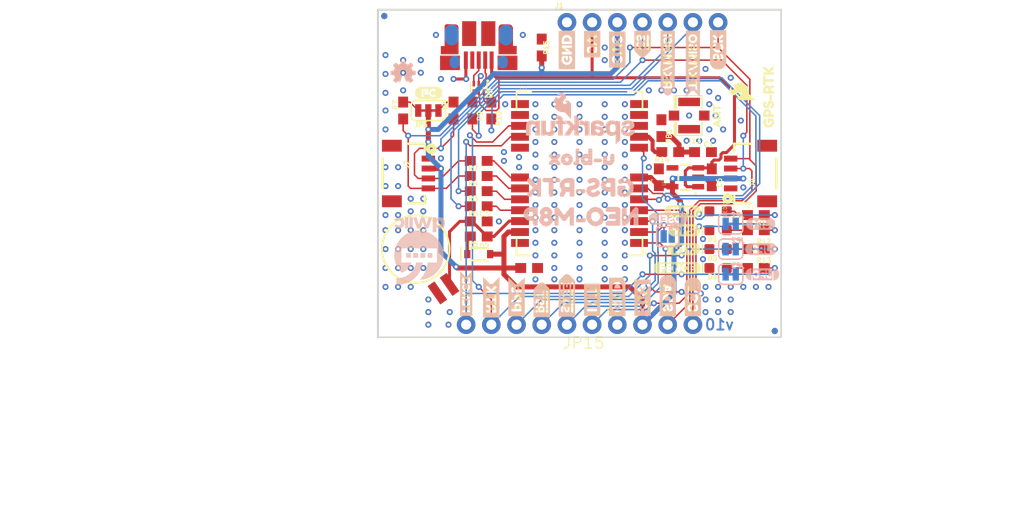
<source format=kicad_pcb>
(kicad_pcb (version 20211014) (generator pcbnew)
  (layers (0 "F.Cu" signal) (31 "B.Cu" signal) (34 "B.Paste" user) (35 "F.Paste" user) (36 "B.SilkS" user "B.Silkscreen") (37 "F.SilkS" user "F.Silkscreen") (38 "B.Mask" user) (39 "F.Mask" user) (44 "Edge.Cuts" user))
  (net 0 "")
  (net 1 "3.3V")
  (net 2 "GND")
  (net 3 "SCL/SCK")
  (net 4 "SDA/~{CS}")
  (net 5 "~{RESET}")
  (net 6 "TXLV")
  (net 7 "RXLV")
  (net 8 "BACKUP")
  (net 9 "INT")
  (net 10 "PPS")
  (net 11 "N$5")
  (net 12 "N$8")
  (net 13 "N$2")
  (net 14 "N$4")
  (net 15 "N$6")
  (net 16 "SDA_LV")
  (net 17 "SCL_LV")
  (net 18 "~{SAFE}")
  (net 19 "RXI/MOSI")
  (net 20 "TXO/MISO")
  (net 21 "SHLD")
  (net 22 "USB_D-")
  (net 23 "USB_D+")
  (net 24 "GPS_ANT1")
  (net 25 "N$10")
  (net 26 "5V")
  (net 27 "N$11")
  (net 28 "N$12")
  (net 29 "D_SEL")
  (net 30 "RTK_STAT")
  (net 31 "FENCE_STAT")
  (net 32 "N$1")
  (net 33 "N$3")
  (net 34 "N$7")
  (net 35 "N$9")
  (net 36 "N$13")
  (net 37 "ANT_VCC")
  (net 38 "D+")
  (net 39 "D-")
  (footprint "Qwiic GPS-RTK - ublox NEO-M8P:RTK1" (layer "F.Cu") (at 157.2641 112.6236)
    (fp_text reference "U$13" hide)
    (fp_text value "" hide)
  )
  (footprint "Qwiic GPS-RTK - ublox NEO-M8P:0603" (layer "F.Cu") (at 138.3411 103.7336 180)
    (fp_text reference "R2")
    (fp_text value "33")
  )
  (footprint "Qwiic GPS-RTK - ublox NEO-M8P:GND-04" (layer "F.Cu") (at 152.3111 119.8626 90)
    (fp_text reference "U$8" hide)
    (fp_text value "" hide)
  )
  (footprint "Qwiic GPS-RTK - ublox NEO-M8P:0603" (layer "F.Cu") (at 161.8361 105.3846 -90)
    (fp_text reference "C6")
    (fp_text value "1.0uF")
  )
  (footprint "Qwiic GPS-RTK - ublox NEO-M8P:MICRO-FIDUCIAL" (layer "F.Cu") (at 168.1861 120.8786)
    (fp_text reference "JP21" hide)
    (fp_text value "FIDUCIALUFIDUCIAL" hide)
  )
  (footprint "Qwiic GPS-RTK - ublox NEO-M8P:GPS#RTK0" (layer "F.Cu") (at 167.5511 101.3206 90)
    (fp_text reference "U$21" hide)
    (fp_text value "" hide)
  )
  (footprint "Qwiic GPS-RTK - ublox NEO-M8P:FENCE0" (layer "F.Cu") (at 137.0711 119.7356 90)
    (fp_text reference "U$14" hide)
    (fp_text value "" hide)
  )
  (footprint "Qwiic GPS-RTK - ublox NEO-M8P:PPS0" (layer "F.Cu") (at 157.3911 110.7186)
    (fp_text reference "U$52" hide)
    (fp_text value "" hide)
  )
  (footprint "Qwiic GPS-RTK - ublox NEO-M8P:PPS5" (layer "F.Cu") (at 142.1511 119.8626 90)
    (fp_text reference "U$43" hide)
    (fp_text value "" hide)
  )
  (footprint "Qwiic GPS-RTK - ublox NEO-M8P:I_SUPER2_C-()-03" (layer "F.Cu") (at 131.8641 96.8756)
    (fp_text reference "U$10" hide)
    (fp_text value "" hide)
  )
  (footprint "Qwiic GPS-RTK - ublox NEO-M8P:#SAFE1" (layer "F.Cu") (at 147.2311 120.1166 90)
    (fp_text reference "U$39" hide)
    (fp_text value "" hide)
  )
  (footprint "Qwiic GPS-RTK - ublox NEO-M8P:SOT23-5" (layer "F.Cu") (at 159.1691 105.3846 90)
    (fp_text reference "U2")
    (fp_text value "3.3V")
  )
  (footprint "Qwiic GPS-RTK - ublox NEO-M8P:U.FL" (layer "F.Cu") (at 159.5501 99.1616 180)
    (fp_text reference "J13")
    (fp_text value "U.FL")
  )
  (footprint "Qwiic GPS-RTK - ublox NEO-M8P:0603" (layer "F.Cu") (at 139.6111 98.6536 -90)
    (fp_text reference "R10")
    (fp_text value "27")
  )
  (footprint "Qwiic GPS-RTK - ublox NEO-M8P:GND-04" (layer "F.Cu") (at 147.2311 94.9706 90)
    (fp_text reference "U$63" hide)
    (fp_text value "" hide)
  )
  (footprint "Qwiic GPS-RTK - ublox NEO-M8P:1X04_NO_SILK" (layer "F.Cu") (at 152.3111 120.2436)
    (fp_text reference "J3")
    (fp_text value "PTH" hide)
  )
  (footprint "Qwiic GPS-RTK - ublox NEO-M8P:0603" (layer "F.Cu") (at 138.3411 105.2576 180)
    (fp_text reference "R4")
    (fp_text value "33")
  )
  (footprint "Qwiic GPS-RTK - ublox NEO-M8P:0603" (layer "F.Cu") (at 156.7561 100.4316 -90)
    (fp_text reference "FB1")
    (fp_text value "30Ω/1.8A")
  )
  (footprint "Qwiic GPS-RTK - ublox NEO-M8P:SMT-JUMPER_3_2-NC_TRACE_SILK" (layer "F.Cu") (at 133.2611 98.6536 180)
    (fp_text reference "JP5")
    (fp_text value "")
  )
  (footprint "Qwiic GPS-RTK - ublox NEO-M8P:1X06_NO_SILK" (layer "F.Cu") (at 149.7711 120.2436 180)
    (fp_text reference "JP15")
    (fp_text value "" hide)
  )
  (footprint "Qwiic GPS-RTK - ublox NEO-M8P:0603" (layer "F.Cu") (at 130.7211 98.6536 90)
    (fp_text reference "R7")
    (fp_text value "2.2k")
  )
  (footprint "Qwiic GPS-RTK - ublox NEO-M8P:1X04_1MM_RA" (layer "F.Cu") (at 133.2611 105.0036 -90)
    (fp_text reference "J2")
    (fp_text value "Qwiic Right Angle" hide)
  )
  (footprint "Qwiic GPS-RTK - ublox NEO-M8P:0603" (layer "F.Cu") (at 166.2811 110.7186)
    (fp_text reference "R11")
    (fp_text value "1k")
  )
  (footprint "Qwiic GPS-RTK - ublox NEO-M8P:CREATIVE_COMMONS" (layer "F.Cu") (at 110.4011 139.2936)
    (fp_text reference "FRAME1" hide)
    (fp_text value "FRAME-LETTER" hide)
  )
  (footprint "Qwiic GPS-RTK - ublox NEO-M8P:STAND-OFF" (layer "F.Cu") (at 130.7211 91.0336)
    (fp_text reference "JP31" hide)
    (fp_text value "STAND-OFF" hide)
  )
  (footprint "Qwiic GPS-RTK - ublox NEO-M8P:0603" (layer "F.Cu") (at 166.2811 112.6236)
    (fp_text reference "R12")
    (fp_text value "1k")
  )
  (footprint "Qwiic GPS-RTK - ublox NEO-M8P:1X07_NO_SILK" (layer "F.Cu") (at 147.2311 89.7636)
    (fp_text reference "J1")
    (fp_text value "")
  )
  (footprint "Qwiic GPS-RTK - ublox NEO-M8P:RTK1" (layer "F.Cu") (at 139.6111 119.9896 90)
    (fp_text reference "U$29" hide)
    (fp_text value "" hide)
  )
  (footprint "Qwiic GPS-RTK - ublox NEO-M8P:0603" (layer "F.Cu") (at 138.3411 111.3536 180)
    (fp_text reference "R5")
    (fp_text value "1k")
  )
  (footprint "Qwiic GPS-RTK - ublox NEO-M8P:0603" (layer "F.Cu") (at 138.3411 106.7816 180)
    (fp_text reference "R3")
    (fp_text value "33")
  )
  (footprint "Qwiic GPS-RTK - ublox NEO-M8P:LED-0603" (layer "F.Cu") (at 162.4711 108.8136 180)
    (fp_text reference "LED2")
    (fp_text value "RED")
  )
  (footprint "Qwiic GPS-RTK - ublox NEO-M8P:0603" (layer "F.Cu") (at 143.4211 114.5286 180)
    (fp_text reference "C5")
    (fp_text value "0.1uF")
  )
  (footprint "Qwiic GPS-RTK - ublox NEO-M8P:0603" (layer "F.Cu") (at 144.6911 92.3036 -90)
    (fp_text reference "R15")
    (fp_text value "100k")
  )
  (footprint "Qwiic GPS-RTK - ublox NEO-M8P:3V3-04" (layer "F.Cu") (at 152.3111 94.8436 90)
    (fp_text reference "U$61" hide)
    (fp_text value "" hide)
  )
  (footprint "Qwiic GPS-RTK - ublox NEO-M8P:0603" (layer "F.Cu") (at 138.3411 108.3056 180)
    (fp_text reference "R6")
    (fp_text value "33")
  )
  (footprint "Qwiic GPS-RTK - ublox NEO-M8P:0603" (layer "F.Cu") (at 137.7061 98.6536 -90)
    (fp_text reference "R9")
    (fp_text value "27")
  )
  (footprint "Qwiic GPS-RTK - ublox NEO-M8P:SDA-[)" (layer "F.Cu") (at 157.3911 119.8626 90)
    (fp_text reference "U$1" hide)
    (fp_text value "" hide)
  )
  (footprint "Qwiic GPS-RTK - ublox NEO-M8P:CS#-_]" (layer "F.Cu") (at 154.8511 93.5736 90)
    (fp_text reference "U$23" hide)
    (fp_text value "" hide)
  )
  (footprint "Qwiic GPS-RTK - ublox NEO-M8P:SOD-323" (layer "F.Cu") (at 138.3411 113.1316)
    (fp_text reference "D2")
    (fp_text value "0.5A/40V/420mV")
  )
  (footprint "Qwiic GPS-RTK - ublox NEO-M8P:USB-MICROB-PTH-MILL" (layer "F.Cu") (at 138.3411 93.5736 180)
    (fp_text reference "J6")
    (fp_text value "")
  )
  (footprint "Qwiic GPS-RTK - ublox NEO-M8P:STAND-OFF" (layer "F.Cu") (at 166.2811 118.9736)
    (fp_text reference "JP101" hide)
    (fp_text value "STAND-OFF" hide)
  )
  (footprint "Qwiic GPS-RTK - ublox NEO-M8P:1X04_1MM_RA" (layer "F.Cu") (at 163.7411 105.0036 90)
    (fp_text reference "J4")
    (fp_text value "Qwiic Right Angle" hide)
  )
  (footprint "Qwiic GPS-RTK - ublox NEO-M8P:SCL-[)" (layer "F.Cu") (at 159.9311 119.8626 90)
    (fp_text reference "U$3" hide)
    (fp_text value "" hide)
  )
  (footprint "Qwiic GPS-RTK - ublox NEO-M8P:0603" (layer "F.Cu") (at 166.2811 114.5286)
    (fp_text reference "R13")
    (fp_text value "1k")
  )
  (footprint "Qwiic GPS-RTK - ublox NEO-M8P:SCK-(]-04" (layer "F.Cu") (at 162.4711 94.5896 90)
    (fp_text reference "U$38" hide)
    (fp_text value "" hide)
  )
  (footprint "Qwiic GPS-RTK - ublox NEO-M8P:SFE_LOGO_FLAME_.1" (layer "F.Cu") (at 166.5351 97.8916 90)
    (fp_text reference "U$33" hide)
    (fp_text value "" hide)
  )
  (footprint "Qwiic GPS-RTK - ublox NEO-M8P:STAND-OFF" (layer "F.Cu") (at 166.2811 91.0336)
    (fp_text reference "JP41" hide)
    (fp_text value "STAND-OFF" hide)
  )
  (footprint "Qwiic GPS-RTK - ublox NEO-M8P:PWR-()-03" (layer "F.Cu") (at 157.0101 108.8136)
    (fp_text reference "U$18" hide)
    (fp_text value "" hide)
  )
  (footprint "Qwiic GPS-RTK - ublox NEO-M8P:0603" (layer "F.Cu") (at 156.5021 105.3846 90)
    (fp_text reference "C4")
    (fp_text value "1.0uF")
  )
  (footprint "Qwiic GPS-RTK - ublox NEO-M8P:0603" (layer "F.Cu") (at 157.6451 102.8446 180)
    (fp_text reference "R14")
    (fp_text value "10")
  )
  (footprint "Qwiic GPS-RTK - ublox NEO-M8P:BATTCON-6.8MM" (layer "F.Cu") (at 131.9911 112.6236 -55)
    (fp_text reference "B1")
    (fp_text value "6.8MM_COIN_CELL")
  )
  (footprint "Qwiic GPS-RTK - ublox NEO-M8P:STAND-OFF" (layer "F.Cu") (at 130.7211 118.9736)
    (fp_text reference "JP91" hide)
    (fp_text value "STAND-OFF" hide)
  )
  (footprint "Qwiic GPS-RTK - ublox NEO-M8P:FENCE2" (layer "F.Cu") (at 155.8671 114.5286)
    (fp_text reference "U$11" hide)
    (fp_text value "" hide)
  )
  (footprint "Qwiic GPS-RTK - ublox NEO-M8P:NEO-M8P" (layer "F.Cu") (at 148.5011 105.0036)
    (fp_text reference "U1")
    (fp_text value "NEO-M8P")
  )
  (footprint "Qwiic GPS-RTK - ublox NEO-M8P:SOT886" (layer "F.Cu") (at 138.3411 96.3676 -90)
    (fp_text reference "D5")
    (fp_text value "PRTR5V0U2F")
  )
  (footprint "Qwiic GPS-RTK - ublox NEO-M8P:LED-0603" (layer "F.Cu") (at 162.4711 114.5286 180)
    (fp_text reference "D4")
    (fp_text value "BLUE")
  )
  (footprint "Qwiic GPS-RTK - ublox NEO-M8P:0603" (layer "F.Cu") (at 160.9471 102.8446)
    (fp_text reference "C1")
    (fp_text value "47pF")
  )
  (footprint "Qwiic GPS-RTK - ublox NEO-M8P:3V3-04" (layer "F.Cu") (at 154.8511 119.8626 90)
    (fp_text reference "U$6" hide)
    (fp_text value "" hide)
  )
  (footprint "Qwiic GPS-RTK - ublox NEO-M8P:0603" (layer "F.Cu") (at 135.8011 98.6536 90)
    (fp_text reference "R8")
    (fp_text value "2.2k")
  )
  (footprint "Qwiic GPS-RTK - ublox NEO-M8P:INT8" (layer "F.Cu") (at 149.7711 119.8626 90)
    (fp_text reference "U$15" hide)
    (fp_text value "" hide)
  )
  (footprint "Qwiic GPS-RTK - ublox NEO-M8P:0603" (layer "F.Cu") (at 138.3411 109.8296)
    (fp_text reference "C3")
    (fp_text value "1.0uF")
  )
  (footprint "Qwiic GPS-RTK - ublox NEO-M8P:RX#MOSI2" (layer "F.Cu") (at 157.3911 96.3676 90)
    (fp_text reference "U$26" hide)
    (fp_text value "" hide)
  )
  (footprint "Qwiic GPS-RTK - ublox NEO-M8P:0603" (layer "F.Cu") (at 166.2811 109.1946)
    (fp_text reference "R1")
    (fp_text value "1k")
  )
  (footprint "Qwiic GPS-RTK - ublox NEO-M8P:TX#MISO0" (layer "F.Cu") (at 159.9311 96.4946 90)
    (fp_text reference "U$34" hide)
    (fp_text value "" hide)
  )
  (footprint "Qwiic GPS-RTK - ublox NEO-M8P:#RST3" (layer "F.Cu") (at 144.6911 120.1166 90)
    (fp_text reference "U$35" hide)
    (fp_text value "" hide)
  )
  (footprint "Qwiic GPS-RTK - ublox NEO-M8P:LED-0603" (layer "F.Cu") (at 162.4711 110.7186 180)
    (fp_text reference "D1")
    (fp_text value "Yellow")
  )
  (footprint "Qwiic GPS-RTK - ublox NEO-M8P:ANT0" (layer "F.Cu") (at 162.3441 101.0666 90)
    (fp_text reference "U$55" hide)
    (fp_text value "" hide)
  )
  (footprint "Qwiic GPS-RTK - ublox NEO-M8P:5V" (layer "F.Cu") (at 149.7711 93.8276 90)
    (fp_text reference "U$19" hide)
    (fp_text value "" hide)
  )
  (footprint "Qwiic GPS-RTK - ublox NEO-M8P:MICRO-FIDUCIAL" (layer "F.Cu") (at 128.8161 89.1286)
    (fp_text reference "JP61" hide)
    (fp_text value "FIDUCIALUFIDUCIAL" hide)
  )
  (footprint "Qwiic GPS-RTK - ublox NEO-M8P:LED-0603" (layer "F.Cu") (at 162.4711 112.6236 180)
    (fp_text reference "D3")
    (fp_text value "GREEN")
  )
  (footprint "Qwiic GPS-RTK - ublox NEO-M8P:INT8" (layer "B.Cu") (at 149.7711 119.8626 90)
    (fp_text reference "U$16" hide)
    (fp_text value "" hide)
  )
  (footprint "Qwiic GPS-RTK - ublox NEO-M8P:SMT-JUMPER_2_NC_TRACE_SILK" (layer "B.Cu") (at 163.7411 115.1636 180)
    (fp_text reference "JP3")
    (fp_text value "")
  )
  (footprint "Qwiic GPS-RTK - ublox NEO-M8P:RX#MOSI3" (layer "B.Cu") (at 157.3911 97.2566 90)
    (fp_text reference "U$31" hide)
    (fp_text value "" hide)
  )
  (footprint "Qwiic GPS-RTK - ublox NEO-M8P:MICRO-FIDUCIAL" (layer "B.Cu") (at 168.1861 120.8786 180)
    (fp_text reference "JP71" hide)
    (fp_text value "FIDUCIALUFIDUCIAL" hide)
  )
  (footprint "Qwiic GPS-RTK - ublox NEO-M8P:GND-04" (layer "B.Cu") (at 152.3111 119.8626 90)
    (fp_text reference "U$9" hide)
    (fp_text value "" hide)
  )
  (footprint "Qwiic GPS-RTK - ublox NEO-M8P:#RST3" (layer "B.Cu") (at 144.6911 120.1166 90)
    (fp_text reference "U$36" hide)
    (fp_text value "" hide)
  )
  (footprint "Qwiic GPS-RTK - ublox NEO-M8P:FENCE0" (layer "B.Cu") (at 137.0711 119.7356 90)
    (fp_text reference "U$17" hide)
    (fp_text value "" hide)
  )
  (footprint "Qwiic GPS-RTK - ublox NEO-M8P:JP32" (layer "B.Cu") (at 168.6941 115.1636 180)
    (fp_text reference "U$32" hide)
    (fp_text value "" hide)
  )
  (footprint "Qwiic GPS-RTK - ublox NEO-M8P:3V3-04" (layer "B.Cu") (at 154.8511 119.8626 90)
    (fp_text reference "U$7" hide)
    (fp_text value "" hide)
  )
  (footprint "Qwiic GPS-RTK - ublox NEO-M8P:SCK-(]-04" (layer "B.Cu") (at 162.4711 94.5896 90)
    (fp_text reference "U$41" hide)
    (fp_text value "" hide)
  )
  (footprint "Qwiic GPS-RTK - ublox NEO-M8P:SCL-[)" (layer "B.Cu") (at 159.9311 119.8626 90)
    (fp_text reference "U$5" hide)
    (fp_text value "" hide)
  )
  (footprint "Qwiic GPS-RTK - ublox NEO-M8P:JP10" (layer "B.Cu") (at 168.3131 110.0836 180)
    (fp_text reference "U$25" hide)
    (fp_text value "" hide)
  )
  (footprint "Qwiic GPS-RTK - ublox NEO-M8P:SDA-[)" (layer "B.Cu") (at 157.3911 119.8626 90)
    (fp_text reference "U$4" hide)
    (fp_text value "" hide)
  )
  (footprint "Qwiic GPS-RTK - ublox NEO-M8P:TX#MISO1" (layer "B.Cu") (at 159.9311 97.3836 90)
    (fp_text reference "U$37" hide)
    (fp_text value "" hide)
  )
  (footprint "Qwiic GPS-RTK - ublox NEO-M8P:CS#-_]" (layer "B.Cu") (at 154.8511 93.5736 90)
    (fp_text reference "U$24" hide)
    (fp_text value "" hide)
  )
  (footprint "Qwiic GPS-RTK - ublox NEO-M8P:SMT-JUMPER_2_NC_TRACE_SILK" (layer "B.Cu") (at 163.7411 110.0836 180)
    (fp_text reference "JP1")
    (fp_text value "")
  )
  (footprint "Qwiic GPS-RTK - ublox NEO-M8P:NEO#M8P3" (layer "B.Cu") (at 156.1211 109.3216 180)
    (fp_text reference "U$53" hide)
    (fp_text value "" hide)
  )
  (footprint "Qwiic GPS-RTK - ublox NEO-M8P:RTK1" (layer "B.Cu") (at 139.6111 119.9896 90)
    (fp_text reference "U$28" hide)
    (fp_text value "" hide)
  )
  (footprint "Qwiic GPS-RTK - ublox NEO-M8P:5V" (layer "B.Cu") (at 149.7711 93.8276 90)
    (fp_text reference "U$20" hide)
    (fp_text value "" hide)
  )
  (footprint "Qwiic GPS-RTK - ublox NEO-M8P:SMT-JUMPER_2_NO_SILK" (layer "B.Cu") (at 157.3911 111.3536 180)
    (fp_text reference "JP4")
    (fp_text value "")
  )
  (footprint "Qwiic GPS-RTK - ublox NEO-M8P:U#BLOX3" (layer "B.Cu") (at 153.4541 103.3526 180)
    (fp_text reference "U$22" hide)
    (fp_text value "" hide)
  )
  (footprint "Qwiic GPS-RTK - ublox NEO-M8P:JP20" (layer "B.Cu") (at 168.4401 112.6236 180)
    (fp_text reference "U$12" hide)
    (fp_text value "" hide)
  )
  (footprint "Qwiic GPS-RTK - ublox NEO-M8P:3V3-04" (layer "B.Cu") (at 152.3111 94.8436 90)
    (fp_text reference "U$60" hide)
    (fp_text value "" hide)
  )
  (footprint "Qwiic GPS-RTK - ublox NEO-M8P:PPS5" (layer "B.Cu") (at 142.1511 119.8626 90)
    (fp_text reference "U$44" hide)
    (fp_text value "" hide)
  )
  (footprint "Qwiic GPS-RTK - ublox NEO-M8P:QWIIC-LOGO-MEDIUM" (layer "B.Cu") (at 132.3721 112.7506 180)
    (fp_text reference "U$30" hide)
    (fp_text value "" hide)
  )
  (footprint "Qwiic GPS-RTK - ublox NEO-M8P:DSEL0" (layer "B.Cu") (at 159.4231 109.5756 180)
    (fp_text reference "U$27" hide)
    (fp_text value "" hide)
  )
  (footprint "Qwiic GPS-RTK - ublox NEO-M8P:GND-04" (layer "B.Cu") (at 147.2311 94.9706 90)
    (fp_text reference "U$62" hide)
    (fp_text value "" hide)
  )
  (footprint "Qwiic GPS-RTK - ublox NEO-M8P:GPS#RTK1" (layer "B.Cu") (at 155.6131 106.4006 180)
    (fp_text reference "U$54" hide)
    (fp_text value "" hide)
  )
  (footprint "Qwiic GPS-RTK - ublox NEO-M8P:OSHW-LOGO-MINI" (layer "B.Cu") (at 130.7211 94.8436 180)
    (fp_text reference "LOGO1" hide)
    (fp_text value "OSHW-LOGOMINI" hide)
  )
  (footprint "Qwiic GPS-RTK - ublox NEO-M8P:SFE_LOGO_NAME_FLAME_.1" (layer "B.Cu") (at 154.4701 102.0826 180)
    (fp_text reference "LOGO2" hide)
    (fp_text value "SFE_LOGO_NAME_FLAME.1_INCH" hide)
  )
  (footprint "Qwiic GPS-RTK - ublox NEO-M8P:#SAFE1" (layer "B.Cu") (at 147.2311 120.1166 90)
    (fp_text reference "U$40" hide)
    (fp_text value "" hide)
  )
  (footprint "Qwiic GPS-RTK - ublox NEO-M8P:SMT-JUMPER_2_NC_TRACE_SILK" (layer "B.Cu") (at 163.7411 112.6236 180)
    (fp_text reference "JP2")
    (fp_text value "")
  )
  (footprint "Qwiic GPS-RTK - ublox NEO-M8P:MICRO-FIDUCIAL" (layer "B.Cu") (at 128.8161 89.1286 180)
    (fp_text reference "JP81" hide)
    (fp_text value "FIDUCIALUFIDUCIAL" hide)
  )
  (gr_line (start 128.1811 121.5136) (end 128.1811 88.4936) (layer "Edge.Cuts") (width 0.2032))
  (gr_line (start 168.8211 88.4936) (end 168.8211 121.5136) (layer "Edge.Cuts") (width 0.1524))
  (gr_line (start 168.8211 121.5136) (end 128.1811 121.5136) (layer "Edge.Cuts") (width 0.1524))
  (gr_line (start 128.1811 88.4936) (end 168.8211 88.4936) (layer "Edge.Cuts") (width 0.2032))
  (gr_text "v10" (at 162.5981 120.2436) (layer "B.Cu") (effects (font (size 1.0795 1.0795) (thickness 0.1905)) (justify mirror)))
  (segment (start 154.8511 117.7036) (end 153.5811 116.4336) (width 0.508) (layer "F.Cu") (net 1))
  (segment (start 156.5021 106.2346) (end 157.769 106.2346) (width 0.508) (layer "F.Cu") (net 1))
  (segment (start 155.6711 105.4036) (end 156.5021 106.2346) (width 0.508) (layer "F.Cu") (net 1))
  (segment (start 134.5311 104.5036) (end 133.2611 104.5036) (width 0.508) (layer "F.Cu") (net 1))
  (segment (start 136.1821 114.5286) (end 140.8811 114.5286) (width 0.508) (layer "F.Cu") (net 1))
  (segment (start 157.869 105.5417) (end 157.8991 105.5116) (width 0.508) (layer "F.Cu") (net 1))
  (segment (start 140.8811 114.5286) (end 140.8811 115.1636) (width 0.508) (layer "F.Cu") (net 1))
  (segment (start 167.1311 109.1946) (end 168.1861 109.1946) (width 0.1524) (layer "F.Cu") (net 1))
  (segment (start 133.2611 98.6536) (end 133.2611 101.8286) (width 0.508) (layer "F.Cu") (net 1))
  (segment (start 157.869 106.3346) (end 157.869 105.5417) (width 0.508) (layer "F.Cu") (net 1))
  (segment (start 142.1511 116.4336) (end 153.5811 116.4336) (width 0.508) (layer "F.Cu") (net 1))
  (segment (start 163.7411 105.5036) (end 163.7491 105.5116) (width 0.508) (layer "F.Cu") (net 1))
  (segment (start 157.769 106.2346) (end 157.869 106.3346) (width 0.508) (layer "F.Cu") (net 1))
  (segment (start 144.6911 93.1536) (end 144.6911 94.3356) (width 0.508) (layer "F.Cu") (net 1))
  (segment (start 154.5011 105.4036) (end 155.6711 105.4036) (width 0.508) (layer "F.Cu") (net 1))
  (segment (start 154.8511 120.2436) (end 154.8511 117.7036) (width 0.508) (layer "F.Cu") (net 1))
  (segment (start 140.8811 113.1316) (end 140.8811 114.5286) (width 0.508) (layer "F.Cu") (net 1))
  (segment (start 142.5011 110.9036) (end 141.3311 110.9036) (width 0.508) (layer "F.Cu") (net 1))
  (segment (start 133.2611 100.5586) (end 133.2611 98.6536) (width 0.1524) (layer "F.Cu") (net 1))
  (segment (start 140.8811 111.3536) (end 140.8811 113.1316) (width 0.508) (layer "F.Cu") (net 1))
  (segment (start 141.3311 110.9036) (end 140.8811 111.3536) (width 0.508) (layer "F.Cu") (net 1))
  (segment (start 163.7491 105.5116) (end 165.0111 105.5116) (width 0.508) (layer "F.Cu") (net 1))
  (segment (start 139.4911 113.1316) (end 140.8811 113.1316) (width 0.508) (layer "F.Cu") (net 1))
  (segment (start 158.6611 107.7976) (end 157.869 107.0055) (width 0.508) (layer "F.Cu") (net 1))
  (segment (start 157.869 107.0055) (end 157.869 106.3346) (width 0.508) (layer "F.Cu") (net 1))
  (segment (start 142.5711 114.5286) (end 140.8811 114.5286) (width 0.508) (layer "F.Cu") (net 1))
  (segment (start 158.6611 108.077) (end 158.6611 107.7976) (width 0.508) (layer "F.Cu") (net 1))
  (segment (start 140.8811 115.1636) (end 142.1511 116.4336) (width 0.508) (layer "F.Cu") (net 1))
  (segment (start 136.0551 114.4016) (end 136.1821 114.5286) (width 0.508) (layer "F.Cu") (net 1))
  (via (at 133.2611 100.5586) (size 0.6096) (drill 0.3048) (layers "F.Cu" "B.Cu") (net 1))
  (via (at 134.5311 104.5036) (size 0.6096) (drill 0.3048) (layers "F.Cu" "B.Cu") (net 1))
  (via (at 168.1861 109.1946) (size 0.6096) (drill 0.3048) (layers "F.Cu" "B.Cu") (net 1))
  (via (at 158.6611 108.077) (size 0.6096) (drill 0.3048) (layers "F.Cu" "B.Cu") (net 1))
  (via (at 136.0551 114.4016) (size 0.6096) (drill 0.3048) (layers "F.Cu" "B.Cu") (net 1))
  (via (at 157.8991 105.5116) (size 0.6096) (drill 0.3048) (layers "F.Cu" "B.Cu") (net 1))
  (via (at 144.6911 94.3356) (size 0.6096) (drill 0.3048) (layers "F.Cu" "B.Cu") (net 1))
  (via (at 133.2611 101.8286) (size 0.6096) (drill 0.3048) (layers "F.Cu" "B.Cu") (net 1))
  (via (at 165.0111 105.5116) (size 0.6096) (drill 0.3048) (layers "F.Cu" "B.Cu") (net 1))
  (segment (start 134.5311 104.5036) (end 134.5311 112.8776) (width 0.508) (layer "B.Cu") (net 1))
  (segment (start 144.6911 94.9452) (end 151.651443 94.9452) (width 0.508) (layer "B.Cu") (net 1))
  (segment (start 134.5311 112.8776) (end 136.0551 114.4016) (width 0.508) (layer "B.Cu") (net 1))
  (segment (start 133.2611 103.2336) (end 134.5311 104.5036) (width 0.508) (layer "B.Cu") (net 1))
  (segment (start 159.938756 109.1946) (end 158.7881 109.1946) (width 0.1524) (layer "B.Cu") (net 1))
  (segment (start 139.867331 94.9452) (end 144.6911 94.9452) (width 0.508) (layer "B.Cu") (net 1))
  (segment (start 158.0261 112.7506) (end 158.7881 111.9886) (width 0.508) (layer "B.Cu") (net 1))
  (segment (start 168.1861 109.1946) (end 161.193443 109.1946) (width 0.1524) (layer "B.Cu") (net 1))
  (segment (start 160.345156 109.601) (end 159.938756 109.1946) (width 0.1524) (layer "B.Cu") (net 1))
  (segment (start 144.6911 94.3356) (end 144.6911 94.9452) (width 0.508) (layer "B.Cu") (net 1))
  (segment (start 133.2611 101.8286) (end 133.2611 103.2336) (width 0.508) (layer "B.Cu") (net 1))
  (segment (start 151.651443 94.9452) (end 152.3111 94.285544) (width 0.508) (layer "B.Cu") (net 1))
  (segment (start 158.7881 111.9886) (end 158.7881 109.1946) (width 0.508) (layer "B.Cu") (net 1))
  (segment (start 158.7881 108.204) (end 158.6611 108.077) (width 0.508) (layer "B.Cu") (net 1))
  (segment (start 134.253931 100.5586) (end 139.867331 94.9452) (width 0.508) (layer "B.Cu") (net 1))
  (segment (start 158.7881 109.1946) (end 158.7881 108.204) (width 0.508) (layer "B.Cu") (net 1))
  (segment (start 160.787043 109.601) (end 160.345156 109.601) (width 0.1524) (layer "B.Cu") (net 1))
  (segment (start 133.2611 100.5586) (end 134.253931 100.5586) (width 0.508) (layer "B.Cu") (net 1))
  (segment (start 158.0261 117.0686) (end 158.0261 112.7506) (width 0.508) (layer "B.Cu") (net 1))
  (segment (start 154.8511 120.2436) (end 158.0261 117.0686) (width 0.508) (layer "B.Cu") (net 1))
  (segment (start 157.8991 105.5116) (end 165.0111 105.5116) (width 0.508) (layer "B.Cu") (net 1))
  (segment (start 152.3111 89.7636) (end 152.3111 94.285544) (width 0.508) (layer "B.Cu") (net 1))
  (segment (start 161.193443 109.1946) (end 160.787043 109.601) (width 0.1524) (layer "B.Cu") (net 1))
  (segment (start 160.9861 105.3846) (end 161.8361 106.2346) (width 0.3048) (layer "F.Cu") (net 2))
  (segment (start 137.0411 95.4786) (end 135.8011 95.4786) (width 0.3048) (layer "F.Cu") (net 2))
  (segment (start 160.4692 105.3846) (end 160.9861 105.3846) (width 0.3048) (layer "F.Cu") (net 2))
  (segment (start 138.3411 95.9376) (end 138.3411 95.386019) (width 0.1524) (layer "F.Cu") (net 2))
  (segment (start 138.3411 95.386019) (end 138.548809 95.17831) (width 0.1524) (layer "F.Cu") (net 2))
  (segment (start 137.0411 93.5736) (end 137.0411 95.4786) (width 0.3048) (layer "F.Cu") (net 2))
  (via (at 142.4051 104.3686) (size 0.6096) (drill 0.3048) (layers "F.Cu" "B.Cu") (net 2))
  (via (at 133.2611 120.2436) (size 0.6096) (drill 0.3048) (layers "F.Cu" "B.Cu") (net 2))
  (via (at 128.9431 98.6536) (size 0.6096) (drill 0.3048) (layers "F.Cu" "B.Cu") (net 2))
  (via (at 148.5011 100.5586) (size 0.6096) (drill 0.3048) (layers "F.Cu" "B.Cu") (net 2))
  (via (at 163.7411 117.7036) (size 0.6096) (drill 0.3048) (layers "F.Cu" "B.Cu") (net 2))
  (via (at 131.4831 107.5436) (size 0.6096) (drill 0.3048) (layers "F.Cu" "B.Cu") (net 2))
  (via (at 128.9431 93.0656) (size 0.6096) (drill 0.3048) (layers "F.Cu" "B.Cu") (net 2))
  (via (at 159.5501 99.1616) (size 0.6096) (drill 0.3048) (layers "F.Cu" "B.Cu") (net 2))
  (via (at 144.0561 113.2586) (size 0.6096) (drill 0.3048) (layers "F.Cu" "B.Cu") (net 2))
  (via (at 130.2131 116.4336) (size 0.6096) (drill 0.3048) (layers "F.Cu" "B.Cu") (net 2))
  (via (at 137.0711 95.4786) (size 0.6096) (drill 0.3048) (layers "F.Cu" "B.Cu") (net 2))
  (via (at 145.9611 111.9886) (size 0.6096) (drill 0.3048) (layers "F.Cu" "B.Cu") (net 2))
  (via (at 163.7411 118.9736) (size 0.6096) (drill 0.3048) (layers "F.Cu" "B.Cu") (net 2))
  (via (at 144.0561 101.8286) (size 0.6096) (drill 0.3048) (layers "F.Cu" "B.Cu") (net 2))
  (via (at 128.9431 116.4336) (size 0.6096) (drill 0.3048) (layers "F.Cu" "B.Cu") (net 2))
  (via (at 148.5011 114.5286) (size 0.6096) (drill 0.3048) (layers "F.Cu" "B.Cu") (net 2))
  (via (at 151.0411 103.0986) (size 0.6096) (drill 0.3048) (layers "F.Cu" "B.Cu") (net 2))
  (via (at 160.5661 101.7016) (size 0.6096) (drill 0.3048) (layers "F.Cu" "B.Cu") (net 2))
  (via (at 131.4831 108.8136) (size 0.6096) (drill 0.3048) (layers "F.Cu" "B.Cu") (net 2))
  (via (at 145.9611 99.2886) (size 0.6096) (drill 0.3048) (layers "F.Cu" "B.Cu") (net 2))
  (via (at 161.5821 96.7486) (size 0.6096) (drill 0.3048) (layers "F.Cu" "B.Cu") (net 2))
  (via (at 153.0731 109.4486) (size 0.6096) (drill 0.3048) (layers "F.Cu" "B.Cu") (net 2))
  (via (at 160.9471 113.6396) (size 0.6096) (drill 0.3048) (layers "F.Cu" "B.Cu") (net 2))
  (via (at 151.0411 111.9886) (size 0.6096) (drill 0.3048) (layers "F.Cu" "B.Cu") (net 2))
  (via (at 151.0411 108.1786) (size 0.6096) (drill 0.3048) (layers "F.Cu" "B.Cu") (net 2))
  (via (at 162.4711 116.4336) (size 0.6096) (drill 0.3048) (layers "F.Cu" "B.Cu") (net 2))
  (via (at 165.0111 116.4336) (size 0.6096) (drill 0.3048) (layers "F.Cu" "B.Cu") (net 2))
  (via (at 148.5011 115.6716) (size 0.6096) (drill 0.3048) (layers "F.Cu" "B.Cu") (net 2))
  (via (at 135.2931 120.2436) (size 0.6096) (drill 0.3048) (layers "F.Cu" "B.Cu") (net 2))
  (via (at 162.4711 117.7036) (size 0.6096) (drill 0.3048) (layers "F.Cu" "B.Cu") (net 2))
  (via (at 145.9611 108.1786) (size 0.6096) (drill 0.3048) (layers "F.Cu" "B.Cu") (net 2))
  (via (at 151.0411 93.5736) (size 0.6096) (drill 0.3048) (layers "F.Cu" "B.Cu") (net 2))
  (via (at 144.0561 111.9886) (size 0.6096) (drill 0.3048) (layers "F.Cu" "B.Cu") (net 2))
  (via (at 131.4831 110.7186) (size 0.6096) (drill 0.3048) (layers "F.Cu" "B.Cu") (net 2))
  (via (at 153.0731 113.2586) (size 0.6096) (drill 0.3048) (layers "F.Cu" "B.Cu") (net 2))
  (via (at 134.5311 103.4796) (size 0.6096) (drill 0.3048) (layers "F.Cu" "B.Cu") (net 2))
  (via (at 153.0731 111.9886) (size 0.6096) (drill 0.3048) (layers "F.Cu" "B.Cu") (net 2))
  (via (at 145.9611 98.0186) (size 0.6096) (drill 0.3048) (layers "F.Cu" "B.Cu") (net 2))
  (via (at 153.0731 98.0186) (size 0.6096) (drill 0.3048) (layers "F.Cu" "B.Cu") (net 2))
  (via (at 148.5011 98.0186) (size 0.6096) (drill 0.3048) (layers "F.Cu" "B.Cu") (net 2))
  (via (at 161.2011 94.4626) (size 0.6096) (drill 0.3048) (layers "F.Cu" "B.Cu") (net 2))
  (via (at 145.9611 103.0986) (size 0.6096) (drill 0.3048) (layers "F.Cu" "B.Cu") (net 2))
  (via (at 130.2131 110.7186) (size 0.6096) (drill 0.3048) (layers "F.Cu" "B.Cu") (net 2))
  (via (at 151.0411 105.6386) (size 0.6096) (drill 0.3048) (layers "F.Cu" "B.Cu") (net 2))
  (via (at 130.2131 112.6236) (size 0.6096) (drill 0.3048) (layers "F.Cu" "B.Cu") (net 2))
  (via (at 148.5011 110.7186) (size 0.6096) (drill 0.3048) (layers "F.Cu" "B.Cu") (net 2))
  (via (at 131.4831 112.6236) (size 0.6096) (drill 0.3048) (layers "F.Cu" "B.Cu") (net 2))
  (via (at 144.0561 108.1786) (size 0.6096) (drill 0.3048) (layers "F.Cu" "B.Cu") (net 2))
  (via (at 130.2131 106.2736) (size 0.6096) (drill 0.3048) (layers "F.Cu" "B.Cu") (net 2))
  (via (at 128.9431 109.1946) (size 0.6096) (drill 0.3048) (layers "F.Cu" "B.Cu") (net 2))
  (via (at 132.7531 108.8136) (size 0.6096) (drill 0.3048) (layers "F.Cu" "B.Cu") (net 2))
  (via (at 130.2131 104.3686) (size 0.6096) (drill 0.3048) (layers "F.Cu" "B.Cu") (net 2))
  (via (at 144.0561 99.2886) (size 0.6096) (drill 0.3048) (layers "F.Cu" "B.Cu") (net 2))
  (via (at 161.2011 118.9736) (size 0.6096) (drill 0.3048) (layers "F.Cu" "B.Cu") (net 2))
  (via (at 148.5011 101.8286) (size 0.6096) (drill 0.3048) (layers "F.Cu" "B.Cu") (net 2))
  (via (at 148.5011 104.3686) (size 0.6096) (drill 0.3048) (layers "F.Cu" "B.Cu") (net 2))
  (via (at 166.2811 116.4336) (size 0.6096) (drill 0.3048) (layers "F.Cu" "B.Cu") (net 2))
  (via (at 158.0261 96.6216) (size 0.6096) (drill 0.3048) (layers "F.Cu" "B.Cu") (net 2))
  (via (at 144.0561 115.6716) (size 0.6096) (drill 0.3048) (layers "F.Cu" "B.Cu") (net 2))
  (via (at 155.4861 96.6216) (size 0.6096) (drill 0.3048) (layers "F.Cu" "B.Cu") (net 2))
  (via (at 144.0561 110.7186) (size 0.6096) (drill 0.3048) (layers "F.Cu" "B.Cu") (net 2))
  (via (at 151.0411 104.3686) (size 0.6096) (drill 0.3048) (layers "F.Cu" "B.Cu") (net 2))
  (via (at 160.9471 111.6076) (size 0.6096) (drill 0.3048) (layers "F.Cu" "B.Cu") (net 2))
  (via (at 145.9611 106.9086) (size 0.6096) (drill 0.3048) (layers "F.Cu" "B.Cu") (net 2))
  (via (at 153.0731 100.5586) (size 0.6096) (drill 0.3048) (layers "F.Cu" "B.Cu") (net 2))
  (via (at 151.0411 98.0186) (size 0.6096) (drill 0.3048) (layers "F.Cu" "B.Cu") (net 2))
  (via (at 144.0561 109.4486) (size 0.6096) (drill 0.3048) (layers "F.Cu" "B.Cu") (net 2))
  (via (at 134.5311 95.4786) (size 0.6096) (drill 0.3048) (layers "F.Cu" "B.Cu") (net 2))
  (via (at 151.0411 99.2886) (size 0.6096) (drill 0.3048) (layers "F.Cu" "B.Cu") (net 2))
  (via (at 138.548809 95.17831) (size 0.6096) (drill 0.3048) (layers "F.Cu" "B.Cu") (net 2))
  (via (at 133.2611 117.7036) (size 0.6096) (drill 0.3048) (layers "F.Cu" "B.Cu") (net 2))
  (via (at 128.9431 106.2736) (size 0.6096) (drill 0.3048) (layers "F.Cu" "B.Cu") (net 2))
  (via (at 145.9611 101.8286) (size 0.6096) (drill 0.3048) (layers "F.Cu" "B.Cu") (net 2))
  (via (at 153.0731 106.9086) (size 0.6096) (drill 0.3048) (layers "F.Cu" "B.Cu") (net 2))
  (via (at 132.7531 112.6236) (size 0.6096) (drill 0.3048) (layers "F.Cu" "B.Cu") (net 2))
  (via (at 128.9431 114.5286) (size 0.6096) (drill 0.3048) (layers "F.Cu" "B.Cu") (net 2))
  (via (at 140.3731 109.8296) (size 0.6096) (drill 0.3048) (layers "F.Cu" "B.Cu") (net 2))
  (via (at 145.9611 100.5586) (size 0.6096) (drill 0.3048) (layers "F.Cu" "B.Cu") (net 2))
  (via (at 153.0731 115.6716) (size 0.6096) (drill 0.3048) (layers "F.Cu" "B.Cu") (net 2))
  (via (at 161.9631 101.7016) (size 0.6096) (drill 0.3048) (layers "F.Cu" "B.Cu") (net 2))
  (via (at 151.0411 92.3036) (size 0.6096) (drill 0.3048) (layers "F.Cu" "B.Cu") (net 2))
  (via (at 162.9791 100.5586) (size 0.6096) (drill 0.3048) (layers "F.Cu" "B.Cu") (net 2))
  (via (at 128.9431 96.8756) (size 0.6096) (drill 0.3048) (layers "F.Cu" "B.Cu") (net 2))
  (via (at 148.5011 105.6386) (size 0.6096) (drill 0.3048) (layers "F.Cu" "B.Cu") (net 2))
  (via (at 164.7571 99.6696) (size 0.6096) (drill 0.3048) (layers "F.Cu" "B.Cu") (net 2))
  (via (at 159.2961 101.7016) (size 0.6096) (drill 0.3048) (layers "F.Cu" "B.Cu") (net 2))
  (via (at 145.9611 113.2586) (size 0.6096) (drill 0.3048) (layers "F.Cu" "B.Cu") (net 2))
  (via (at 130.7211 93.5736) (size 0.6096) (drill 0.3048) (layers "F.Cu" "B.Cu") (net 2))
  (via (at 165.0111 106.4006) (size 0.6096) (drill 0.3048) (layers "F.Cu" "B.Cu") (net 2))
  (via (at 153.0731 101.8286) (size 0.6096) (drill 0.3048) (layers "F.Cu" "B.Cu") (net 2))
  (via (at 135.4201 118.9736) (size 0.6096) (drill 0.3048) (layers "F.Cu" "B.Cu") (net 2))
  (via (at 145.9611 110.7186) (size 0.6096) (drill 0.3048) (layers "F.Cu" "B.Cu") (net 2))
  (via (at 161.2011 116.4336) (size 0.6096) (drill 0.3048) (layers "F.Cu" "B.Cu") (net 2))
  (via (at 132.4991 94.8436) (size 0.6096) (drill 0.3048) (layers "F.Cu" "B.Cu") (net 2))
  (via (at 167.5511 116.4336) (size 0.6096) (drill 0.3048) (layers "F.Cu" "B.Cu") (net 2))
  (via (at 162.2171 99.1616) (size 0.6096) (drill 0.3048) (layers "F.Cu" "B.Cu") (net 2))
  (via (at 142.4051 103.3526) (size 0.6096) (drill 0.3048) (layers "F.Cu" "B.Cu") (net 2))
  (via (at 163.7411 116.4336) (size 0.6096) (drill 0.3048) (layers "F.Cu" "B.Cu") (net 2))
  (via (at 161.2011 117.7036) (size 0.6096) (drill 0.3048) (layers "F.Cu" "B.Cu") (net 2))
  (via (at 128.9431 100.5586) (size 0.6096) (drill 0.3048) (layers "F.Cu" "B.Cu") (net 2))
  (via (at 144.0561 103.0986) (size 0.6096) (drill 0.3048) (layers "F.Cu" "B.Cu") (net 2))
  (via (at 130.7211 94.8436) (size 0.6096) (drill 0.3048) (layers "F.Cu" "B.Cu") (net 2))
  (via (at 133.2611 118.9736) (size 0.6096) (drill 0.3048) (layers "F.Cu" "B.Cu") (net 2))
  (via (at 153.0731 110.7186) (size 0.6096) (drill 0.3048) (layers "F.Cu" "B.Cu") (net 2))
  (via (at 131.4831 114.5286) (size 0.6096) (drill 0.3048) (layers "F.Cu" "B.Cu") (net 2))
  (via (at 163.7411 95.3516) (size 0.6096) (drill 0.3048) (layers "F.Cu" "B.Cu") (net 2))
  (via (at 151.0411 115.6716) (size 0.6096) (drill 0.3048) (layers "F.Cu" "B.Cu") (net 2))
  (via (at 160.5661 109.0676) (size 0.6096) (drill 0.3048) (layers "F.Cu" "B.Cu") (net 2))
  (via (at 151.0411 106.9086) (size 0.6096) (drill 0.3048) (layers "F.Cu" "B.Cu") (net 2))
  (via (at 131.4831 116.4336) (size 0.6096) (drill 0.3048) (layers "F.Cu" "B.Cu") (net 2))
  (via (at 148.5011 109.4486) (size 0.6096) (drill 0.3048) (layers "F.Cu" "B.Cu") (net 2))
  (via (at 161.5821 98.0186) (size 0.6096) (drill 0.3048) (layers "F.Cu" "B.Cu") (net 2))
  (via (at 132.4991 93.5736) (size 0.6096) (drill 0.3048) (layers "F.Cu" "B.Cu") (net 2))
  (via (at 153.0731 105.6386) (size 0.6096) (drill 0.3048) (layers "F.Cu" "B.Cu") (net 2))
  (via (at 153.0731 108.1786) (size 0.6096) (drill 0.3048) (layers "F.Cu" "B.Cu") (net 2))
  (via (at 148.5011 113.2586) (size 0.6096) (drill 0.3048) (layers "F.Cu" "B.Cu") (net 2))
  (via (at 141.0081 98.0186) (size 0.6096) (drill 0.3048) (layers "F.Cu" "B.Cu") (net 2))
  (via (at 151.0411 114.5286) (size 0.6096) (drill 0.3048) (layers "F.Cu" "B.Cu") (net 2))
  (via (at 144.0561 98.0186) (size 0.6096) (drill 0.3048) (layers "F.Cu" "B.Cu") (net 2))
  (via (at 153.0731 104.3686) (size 0.6096) (drill 0.3048) (layers "F.Cu" "B.Cu") (net 2))
  (via (at 130.2131 114.5286) (size 0.6096) (drill 0.3048) (layers "F.Cu" "B.Cu") (net 2))
  (via (at 151.0411 101.8286) (size 0.6096) (drill 0.3048) (layers "F.Cu" "B.Cu") (net 2))
  (via (at 145.9611 105.6386) (size 0.6096) (drill 0.3048) (layers "F.Cu" "B.Cu") (net 2))
  (via (at 155.4861 104.3686) (size 0.6096) (drill 0.3048) (layers "F.Cu" "B.Cu") (net 2))
  (via (at 140.8811 103.7336) (size 0.6096) (drill 0.3048) (layers "F.Cu" "B.Cu") (net 2))
  (via (at 153.0731 114.5286) (size 0.6096) (drill 0.3048) (layers "F.Cu" "B.Cu") (net 2))
  (via (at 128.9431 94.9706) (size 0.6096) (drill 0.3048) (layers "F.Cu" "B.Cu") (net 2))
  (via (at 144.0561 105.6386) (size 0.6096) (drill 0.3048) (layers "F.Cu" "B.Cu") (net 2))
  (via (at 159.2961 96.6216) (size 0.6096) (drill 0.3048) (layers "F.Cu" "B.Cu") (net 2))
  (via (at 145.9611 115.6716) (size 0.6096) (drill 0.3048) (layers "F.Cu" "B.Cu") (net 2))
  (via (at 148.5011 108.1786) (size 0.6096) (drill 0.3048) (layers "F.Cu" "B.Cu") (net 2))
  (via (at 128.9431 112.6236) (size 0.6096) (drill 0.3048) (layers "F.Cu" "B.Cu") (net 2))
  (via (at 132.7531 107.5436) (size 0.6096) (drill 0.3048) (layers "F.Cu" "B.Cu") (net 2))
  (via (at 161.5821 100.5586) (size 0.6096) (drill 0.3048) (layers "F.Cu" "B.Cu") (net 2))
  (via (at 156.7561 96.6216) (size 0.6096) (drill 0.3048) (layers "F.Cu" "B.Cu") (net 2))
  (via (at 162.4711 97.3836) (size 0.6096) (drill 0.3048) (layers "F.Cu" "B.Cu") (net 2))
  (via (at 128.9431 104.3686) (size 0.6096) (drill 0.3048) (layers "F.Cu" "B.Cu") (net 2))
  (via (at 132.7531 110.7186) (size 0.6096) (drill 0.3048) (layers "F.Cu" "B.Cu") (net 2))
  (via (at 151.0411 110.7186) (size 0.6096) (drill 0.3048) (layers "F.Cu" "B.Cu") (net 2))
  (via (at 148.5011 111.9886) (size 0.6096) (drill 0.3048) (layers "F.Cu" "B.Cu") (net 2))
  (via (at 151.0411 113.2586) (size 0.6096) (drill 0.3048) (layers "F.Cu" "B.Cu") (net 2))
  (via (at 148.5011 106.9086) (size 0.6096) (drill 0.3048) (layers "F.Cu" "B.Cu") (net 2))
  (via (at 145.9611 114.5286) (size 0.6096) (drill 0.3048) (layers "F.Cu" "B.Cu") (net 2))
  (via (at 151.0411 100.5586) (size 0.6096) (drill 0.3048) (layers "F.Cu" "B.Cu") (net 2))
  (via (at 130.2131 109.1946) (size 0.6096) (drill 0.3048) (layers "F.Cu" "B.Cu") (net 2))
  (via (at 132.7531 114.5286) (size 0.6096) (drill 0.3048) (layers "F.Cu" "B.Cu") (net 2))
  (via (at 144.0561 100.5586) (size 0.6096) (drill 0.3048) (layers "F.Cu" "B.Cu") (net 2))
  (via (at 148.5011 99.2886) (size 0.6096) (drill 0.3048) (layers "F.Cu" "B.Cu") (net 2))
  (via (at 130.7211 96.6216) (size 0.6096) (drill 0.3048) (layers "F.Cu" "B.Cu") (net 2))
  (via (at 153.0731 103.0986) (size 0.6096) (drill 0.3048) (layers "F.Cu" "B.Cu") (net 2))
  (via (at 144.0561 104.3686) (size 0.6096) (drill 0.3048) (layers "F.Cu" "B.Cu") (net 2))
  (via (at 145.9611 109.4486) (size 0.6096) (drill 0.3048) (layers "F.Cu" "B.Cu") (net 2))
  (via (at 140.8811 102.8446) (size 0.6096) (drill 0.3048) (layers "F.Cu" "B.Cu") (net 2))
  (via (at 151.0411 109.4486) (size 0.6096) (drill 0.3048) (layers "F.Cu" "B.Cu") (net 2))
  (via (at 162.4711 118.9736) (size 0.6096) (drill 0.3048) (layers "F.Cu" "B.Cu") (net 2))
  (via (at 145.9611 104.3686) (size 0.6096) (drill 0.3048) (layers "F.Cu" "B.Cu") (net 2))
  (via (at 144.0561 106.9086) (size 0.6096) (drill 0.3048) (layers "F.Cu" "B.Cu") (net 2))
  (via (at 148.5011 103.0986) (size 0.6096) (drill 0.3048) (layers "F.Cu" "B.Cu") (net 2))
  (via (at 128.9431 110.7186) (size 0.6096) (drill 0.3048) (layers "F.Cu" "B.Cu") (net 2))
  (via (at 135.8011 95.4786) (size 0.6096) (drill 0.3048) (layers "F.Cu" "B.Cu") (net 2))
  (via (at 153.0731 99.2886) (size 0.6096) (drill 0.3048) (layers "F.Cu" "B.Cu") (net 2))
  (segment (start 162.4711 92.3036) (end 165.671881 95.504382) (width 0.1524) (layer "F.Cu") (net 3))
  (segment (start 131.2291 101.1936) (end 131.2291 106.2736) (width 0.1524) (layer "F.Cu") (net 3))
  (segment (start 165.671881 95.504382) (end 165.671881 103.4796) (width 0.1524) (layer "F.Cu") (net 3))
  (segment (start 153.5811 92.3036) (end 162.4711 92.3036) (width 0.1524) (layer "F.Cu") (net 3))
  (segment (start 130.7211 99.5036) (end 130.7211 100.6856) (width 0.1524) (layer "F.Cu") (net 3))
  (segment (start 162.4711 89.7636) (end 162.4711 92.3036) (width 0.1524) (layer "F.Cu") (net 3))
  (segment (start 166.306881 106.755819) (end 166.306881 104.2416) (width 0.1524) (layer "F.Cu") (net 3))
  (segment (start 163.7411 103.5036) (end 165.647881 103.5036) (width 0.1524) (layer "F.Cu") (net 3))
  (segment (start 165.671881 103.4796) (end 165.671881 103.6066) (width 0.1524) (layer "F.Cu") (net 3))
  (segment (start 159.9311 120.2436) (end 159.9311 108.8136) (width 0.1524) (layer "F.Cu") (net 3))
  (segment (start 160.6931 108.0516) (end 165.0111 108.0516) (width 0.1524) (layer "F.Cu") (net 3))
  (segment (start 130.7211 100.6856) (end 131.2291 101.1936) (width 0.1524) (layer "F.Cu") (net 3))
  (segment (start 136.3091 105.2576) (end 137.4911 105.2576) (width 0.1524) (layer "F.Cu") (net 3))
  (segment (start 133.2611 106.5036) (end 135.0631 106.5036) (width 0.1524) (layer "F.Cu") (net 3))
  (segment (start 165.0111 108.0516) (end 166.306881 106.755819) (width 0.1524) (layer "F.Cu") (net 3))
  (segment (start 131.2291 106.2736) (end 131.4591 106.5036) (width 0.1524) (layer "F.Cu") (net 3))
  (segment (start 159.9311 108.8136) (end 160.6931 108.0516) (width 0.1524) (layer "F.Cu") (net 3))
  (segment (start 135.0631 106.5036) (end 136.3091 105.2576) (width 0.1524) (layer "F.Cu") (net 3))
  (segment (start 166.306881 104.2416) (end 165.671881 103.6066) (width 0.1524) (layer "F.Cu") (net 3))
  (segment (start 165.647881 103.5036) (end 165.671881 103.4796) (width 0.1524) (layer "F.Cu") (net 3))
  (segment (start 133.2611 106.5036) (end 131.4591 106.5036) (width 0.1524) (layer "F.Cu") (net 3))
  (via (at 153.5811 92.3036) (size 0.6096) (drill 0.3048) (layers "F.Cu" "B.Cu") (net 3))
  (via (at 131.2291 101.1936) (size 0.6096) (drill 0.3048) (layers "F.Cu" "B.Cu") (net 3))
  (segment (start 134.430987 101.1936) (end 140.120587 95.504) (width 0.1524) (layer "B.Cu") (net 3))
  (segment (start 153.5811 93.8276) (end 153.5811 92.3036) (width 0.1524) (layer "B.Cu") (net 3))
  (segment (start 131.2291 101.1936) (end 134.430987 101.1936) (width 0.1524) (layer "B.Cu") (net 3))
  (segment (start 140.120587 95.504) (end 151.9047 95.504) (width 0.1524) (layer "B.Cu") (net 3))
  (segment (start 151.9047 95.504) (end 153.5811 93.8276) (width 0.1524) (layer "B.Cu") (net 3))
  (segment (start 135.8011 101.1936) (end 134.5311 102.4636) (width 0.1524) (layer "F.Cu") (net 4))
  (segment (start 165.367081 96.1136) (end 162.827081 93.5736) (width 0.1524) (layer "F.Cu") (net 4))
  (segment (start 164.884843 107.7468) (end 165.875071 106.756572) (width 0.1524) (layer "F.Cu") (net 4))
  (segment (start 165.875071 106.756572) (end 165.875071 104.740572) (width 0.1524) (layer "F.Cu") (net 4))
  (segment (start 136.3091 103.7336) (end 137.4911 103.7336) (width 0.1524) (layer "F.Cu") (net 4))
  (segment (start 165.875071 104.740572) (end 165.6381 104.5036) (width 0.1524) (layer "F.Cu") (net 4))
  (segment (start 165.6381 104.5036) (end 165.0111 104.5036) (width 0.1524) (layer "F.Cu") (net 4))
  (segment (start 131.8641 105.1306) (end 131.8641 102.9716) (width 0.1524) (layer "F.Cu") (net 4))
  (segment (start 132.3721 102.4636) (end 131.8641 102.9716) (width 0.1524) (layer "F.Cu") (net 4))
  (segment (start 135.8011 99.5036) (end 135.8011 101.1936) (width 0.1524) (layer "F.Cu") (net 4))
  (segment (start 133.2611 105.5036) (end 134.5391 105.5036) (width 0.1524) (layer "F.Cu") (net 4))
  (segment (start 132.2371 105.5036) (end 131.8641 105.1306) (width 0.1524) (layer "F.Cu") (net 4))
  (segment (start 134.5391 105.5036) (end 136.3091 103.7336) (width 0.1524) (layer "F.Cu") (net 4))
  (segment (start 160.566843 107.7468) (end 164.884843 107.7468) (width 0.1524) (layer "F.Cu") (net 4))
  (segment (start 159.6263 118.0084) (end 159.6263 108.687344) (width 0.1524) (layer "F.Cu") (net 4))
  (segment (start 165.0111 101.1936) (end 165.367081 100.837619) (width 0.1524) (layer "F.Cu") (net 4))
  (segment (start 133.2611 105.5036) (end 132.2371 105.5036) (width 0.1524) (layer "F.Cu") (net 4))
  (segment (start 134.5311 102.4636) (end 132.3721 102.4636) (width 0.1524) (layer "F.Cu") (net 4))
  (segment (start 162.827081 93.5736) (end 154.8511 93.5736) (width 0.1524) (layer "F.Cu") (net 4))
  (segment (start 157.3911 120.2436) (end 159.6263 118.0084) (width 0.1524) (layer "F.Cu") (net 4))
  (segment (start 165.0111 104.5036) (end 163.7411 104.5036) (width 0.1524) (layer "F.Cu") (net 4))
  (segment (start 165.367081 100.837619) (end 165.367081 96.1136) (width 0.1524) (layer "F.Cu") (net 4))
  (segment (start 159.6263 108.687344) (end 160.566843 107.7468) (width 0.1524) (layer "F.Cu") (net 4))
  (via (at 165.0111 104.5036) (size 0.6096) (drill 0.3048) (layers "F.Cu" "B.Cu") (net 4))
  (via (at 154.8511 93.5736) (size 0.6096) (drill 0.3048) (layers "F.Cu" "B.Cu") (net 4))
  (via (at 165.0111 101.1936) (size 0.6096) (drill 0.3048) (layers "F.Cu" "B.Cu") (net 4))
  (via (at 134.5311 102.4636) (size 0.6096) (drill 0.3048) (layers "F.Cu" "B.Cu") (net 4))
  (segment (start 134.5311 101.524544) (end 140.246843 95.8088) (width 0.1524) (layer "B.Cu") (net 4))
  (segment (start 154.8511 89.7636) (end 154.8511 93.5736) (width 0.1524) (layer "B.Cu") (net 4))
  (segment (start 134.5311 102.4636) (end 134.5311 101.524544) (width 0.1524) (layer "B.Cu") (net 4))
  (segment (start 165.0111 104.5036) (end 165.0111 101.1936) (width 0.1524) (layer "B.Cu") (net 4))
  (segment (start 140.246843 95.8088) (end 152.6159 95.8088) (width 0.1524) (layer "B.Cu") (net 4))
  (segment (start 152.6159 95.8088) (end 154.8511 93.5736) (width 0.1524) (layer "B.Cu") (net 4))
  (segment (start 154.5011 102.4036) (end 154.9781 102.8806) (width 0.1524) (layer "F.Cu") (net 5))
  (segment (start 154.9781 102.8806) (end 154.9781 103.4796) (width 0.1524) (layer "F.Cu") (net 5))
  (via (at 154.9781 103.4796) (size 0.6096) (drill 0.3048) (layers "F.Cu" "B.Cu") (net 5))
  (segment (start 156.4005 109.093) (end 154.8511 107.5436) (width 0.1524) (layer "B.Cu") (net 5))
  (segment (start 154.8511 103.6066) (end 154.8511 107.5436) (width 0.1524) (layer "B.Cu") (net 5))
  (segment (start 144.6911 120.2436) (end 146.9263 118.0084) (width 0.1524) (layer "B.Cu") (net 5))
  (segment (start 156.4005 112.903) (end 156.4005 109.093) (width 0.1524) (layer "B.Cu") (net 5))
  (segment (start 156.4259 116.051857) (end 156.4259 112.9284) (width 0.1524) (layer "B.Cu") (net 5))
  (segment (start 146.9263 118.0084) (end 154.469356 118.0084) (width 0.1524) (layer "B.Cu") (net 5))
  (segment (start 154.9781 103.4796) (end 154.8511 103.6066) (width 0.1524) (layer "B.Cu") (net 5))
  (segment (start 156.4259 112.9284) (end 156.4005 112.903) (width 0.1524) (layer "B.Cu") (net 5))
  (segment (start 154.469356 118.0084) (end 156.4259 116.051857) (width 0.1524) (layer "B.Cu") (net 5))
  (segment (start 140.9411 107.6036) (end 140.1191 106.7816) (width 0.1524) (layer "F.Cu") (net 6))
  (segment (start 142.5011 107.6036) (end 140.9411 107.6036) (width 0.1524) (layer "F.Cu") (net 6))
  (segment (start 140.1191 106.7816) (end 139.1911 106.7816) (width 0.1524) (layer "F.Cu") (net 6))
  (segment (start 142.5011 108.7036) (end 140.5171 108.7036) (width 0.1524) (layer "F.Cu") (net 7))
  (segment (start 140.5171 108.7036) (end 140.1191 108.3056) (width 0.1524) (layer "F.Cu") (net 7))
  (segment (start 140.1191 108.3056) (end 139.1911 108.3056) (width 0.1524) (layer "F.Cu") (net 7))
  (segment (start 139.8651 111.3536) (end 139.1911 111.3536) (width 0.3048) (layer "F.Cu") (net 8))
  (segment (start 135.398781 110.866919) (end 136.4361 109.8296) (width 0.3048) (layer "F.Cu") (net 8))
  (segment (start 141.4151 109.8036) (end 139.8651 111.3536) (width 0.3048) (layer "F.Cu") (net 8))
  (segment (start 142.5011 109.8036) (end 141.4151 109.8036) (width 0.3048) (layer "F.Cu") (net 8))
  (segment (start 137.6671 109.8296) (end 137.4911 109.8296) (width 0.1524) (layer "F.Cu") (net 8))
  (segment (start 136.4361 109.8296) (end 137.4911 109.8296) (width 0.3048) (layer "F.Cu") (net 8))
  (segment (start 135.398781 116.182691) (end 135.398781 110.866919) (width 0.3048) (layer "F.Cu") (net 8))
  (segment (start 139.1911 111.3536) (end 137.6671 109.8296) (width 0.3048) (layer "F.Cu") (net 8))
  (segment (start 159.3215 117.2972) (end 158.5341 118.0846) (width 0.1524) (layer "F.Cu") (net 9))
  (segment (start 159.3215 109.093) (end 159.3215 117.2972) (width 0.1524) (layer "F.Cu") (net 9))
  (segment (start 154.5011 108.7036) (end 158.9321 108.7036) (width 0.1524) (layer "F.Cu") (net 9))
  (segment (start 158.5341 118.0846) (end 155.9941 118.0846) (width 0.1524) (layer "F.Cu") (net 9))
  (segment (start 158.9321 108.7036) (end 159.3215 109.093) (width 0.1524) (layer "F.Cu") (net 9))
  (via (at 155.9941 118.0846) (size 0.6096) (drill 0.3048) (layers "F.Cu" "B.Cu") (net 9))
  (segment (start 149.7711 120.2436) (end 151.2951 118.7196) (width 0.1524) (layer "B.Cu") (net 9))
  (segment (start 155.8671 118.0846) (end 155.9941 118.0846) (width 0.1524) (layer "B.Cu") (net 9))
  (segment (start 155.2321 118.7196) (end 155.8671 118.0846) (width 0.1524) (layer "B.Cu") (net 9))
  (segment (start 151.2951 118.7196) (end 155.2321 118.7196) (width 0.1524) (layer "B.Cu") (net 9))
  (segment (start 160.2359 116.6114) (end 160.725784 117.101285) (width 0.1524) (layer "F.Cu") (net 10))
  (segment (start 156.1211 116.9416) (end 155.451456 116.271957) (width 0.1524) (layer "F.Cu") (net 10))
  (segment (start 158.7881 116.9416) (end 156.1211 116.9416) (width 0.1524) (layer "F.Cu") (net 10))
  (segment (start 154.5011 109.8036) (end 155.8411 109.8036) (width 0.1524) (layer "F.Cu") (net 10))
  (segment (start 155.8411 109.8036) (end 155.8671 109.8296) (width 0.1524) (layer "F.Cu") (net 10))
  (segment (start 160.5661 110.3376) (end 160.2359 110.6678) (width 0.1524) (layer "F.Cu") (net 10))
  (segment (start 160.2359 110.6678) (end 160.2359 116.6114) (width 0.1524) (layer "F.Cu") (net 10))
  (via (at 155.8671 109.8296) (size 0.6096) (drill 0.3048) (layers "F.Cu" "B.Cu") (net 10))
  (via (at 155.451456 116.271957) (size 0.6096) (drill 0.3048) (layers "F.Cu" "B.Cu") (net 10))
  (via (at 160.725784 117.101285) (size 0.6096) (drill 0.3048) (layers "F.Cu" "B.Cu") (net 10))
  (via (at 158.7881 116.9416) (size 0.6096) (drill 0.3048) (layers "F.Cu" "B.Cu") (net 10))
  (via (at 160.5661 110.3376) (size 0.6096) (drill 0.3048) (layers "F.Cu" "B.Cu") (net 10))
  (segment (start 162.9791 110.3376) (end 160.5661 110.3376) (width 0.1524) (layer "B.Cu") (net 10))
  (segment (start 155.6131 116.3066) (end 156.1211 115.7986) (width 0.1524) (layer "B.Cu") (net 10))
  (segment (start 163.2331 110.0836) (end 162.9791 110.3376) (width 0.1524) (layer "B.Cu") (net 10))
  (segment (start 155.451456 116.271957) (end 155.4861 116.3066) (width 0.1524) (layer "B.Cu") (net 10))
  (segment (start 144.6911 117.7036) (end 154.2161 117.7036) (width 0.1524) (layer "B.Cu") (net 10))
  (segment (start 160.725784 117.101285) (end 158.947784 117.101285) (width 0.1524) (layer "B.Cu") (net 10))
  (segment (start 155.4861 116.3066) (end 155.6131 116.3066) (width 0.1524) (layer "B.Cu") (net 10))
  (segment (start 158.947784 117.101285) (end 158.7881 116.9416) (width 0.1524) (layer "B.Cu") (net 10))
  (segment (start 155.8671 112.800657) (end 155.8671 109.8296) (width 0.1524) (layer "B.Cu") (net 10))
  (segment (start 156.1211 113.054657) (end 155.8671 112.800657) (width 0.1524) (layer "B.Cu") (net 10))
  (segment (start 154.2161 117.7036) (end 155.6131 116.3066) (width 0.1524) (layer "B.Cu") (net 10))
  (segment (start 156.1211 115.7986) (end 156.1211 113.054657) (width 0.1524) (layer "B.Cu") (net 10))
  (segment (start 142.1511 120.2436) (end 144.6911 117.7036) (width 0.1524) (layer "B.Cu") (net 10))
  (segment (start 135.1271 97.8036) (end 135.8011 97.8036) (width 0.1524) (layer "F.Cu") (net 11))
  (segment (start 134.2771 98.6536) (end 135.1271 97.8036) (width 0.1524) (layer "F.Cu") (net 11))
  (segment (start 132.2451 98.6536) (end 131.3951 97.8036) (width 0.1524) (layer "F.Cu") (net 12))
  (segment (start 131.3951 97.8036) (end 130.7211 97.8036) (width 0.1524) (layer "F.Cu") (net 12))
  (segment (start 163.3481 110.7186) (end 165.4311 110.7186) (width 0.1524) (layer "F.Cu") (net 13))
  (segment (start 168.1861 110.7186) (end 167.1311 110.7186) (width 0.1524) (layer "F.Cu") (net 14))
  (via (at 168.1861 110.7186) (size 0.6096) (drill 0.3048) (layers "F.Cu" "B.Cu") (net 14))
  (segment (start 167.5511 110.0836) (end 168.1861 110.7186) (width 0.1524) (layer "B.Cu") (net 14))
  (segment (start 164.2491 110.0836) (end 167.5511 110.0836) (width 0.1524) (layer "B.Cu") (net 14))
  (segment (start 137.1911 113.1316) (end 137.1911 111.6536) (width 0.3048) (layer "F.Cu") (net 15))
  (segment (start 137.1911 111.6536) (end 137.4911 111.3536) (width 0.1524) (layer "F.Cu") (net 15))
  (segment (start 141.5351 105.4036) (end 139.8651 103.7336) (width 0.1524) (layer "F.Cu") (net 16))
  (segment (start 139.8651 103.7336) (end 139.1911 103.7336) (width 0.1524) (layer "F.Cu") (net 16))
  (segment (start 142.5011 105.4036) (end 141.5351 105.4036) (width 0.1524) (layer "F.Cu") (net 16))
  (segment (start 140.1191 105.2576) (end 139.1911 105.2576) (width 0.1524) (layer "F.Cu") (net 17))
  (segment (start 142.5011 106.5036) (end 141.3651 106.5036) (width 0.1524) (layer "F.Cu") (net 17))
  (segment (start 141.3651 106.5036) (end 140.1191 105.2576) (width 0.1524) (layer "F.Cu") (net 17))
  (segment (start 156.586387 112.0036) (end 157.171743 112.588957) (width 0.1524) (layer "F.Cu") (net 18))
  (segment (start 154.5011 112.0036) (end 156.586387 112.0036) (width 0.1524) (layer "F.Cu") (net 18))
  (via (at 157.171743 112.588957) (size 0.6096) (drill 0.3048) (layers "F.Cu" "B.Cu") (net 18))
  (segment (start 154.723356 118.3894) (end 157.1879 115.924857) (width 0.1524) (layer "B.Cu") (net 18))
  (segment (start 157.1879 112.605113) (end 157.171743 112.588957) (width 0.1524) (layer "B.Cu") (net 18))
  (segment (start 157.1879 115.924857) (end 157.1879 112.605113) (width 0.1524) (layer "B.Cu") (net 18))
  (segment (start 147.2311 120.2436) (end 149.0853 118.3894) (width 0.1524) (layer "B.Cu") (net 18))
  (segment (start 149.0853 118.3894) (end 154.723356 118.3894) (width 0.1524) (layer "B.Cu") (net 18))
  (segment (start 137.4911 108.3056) (end 136.3091 108.3056) (width 0.1524) (layer "F.Cu") (net 19))
  (via (at 136.3091 108.3056) (size 0.6096) (drill 0.3048) (layers "F.Cu" "B.Cu") (net 19))
  (segment (start 135.5471 107.5436) (end 135.5471 100.9396) (width 0.1524) (layer "B.Cu") (net 19))
  (segment (start 135.5471 100.9396) (end 140.3731 96.1136) (width 0.1524) (layer "B.Cu") (net 19))
  (segment (start 157.3911 92.3036) (end 153.5811 96.1136) (width 0.1524) (layer "B.Cu") (net 19))
  (segment (start 136.3091 108.3056) (end 135.5471 107.5436) (width 0.1524) (layer "B.Cu") (net 19))
  (segment (start 140.3731 96.1136) (end 153.5811 96.1136) (width 0.1524) (layer "B.Cu") (net 19))
  (segment (start 157.3911 89.7636) (end 157.3911 92.3036) (width 0.1524) (layer "B.Cu") (net 19))
  (segment (start 137.4911 106.7816) (end 136.3091 106.7816) (width 0.1524) (layer "F.Cu") (net 20))
  (via (at 136.3091 106.7816) (size 0.6096) (drill 0.3048) (layers "F.Cu" "B.Cu") (net 20))
  (segment (start 136.3091 106.7816) (end 136.3091 100.608657) (width 0.1524) (layer "B.Cu") (net 20))
  (segment (start 140.461628 96.456129) (end 153.746571 96.456129) (width 0.1524) (layer "B.Cu") (net 20))
  (segment (start 136.3091 100.608657) (end 140.461628 96.456129) (width 0.1524) (layer "B.Cu") (net 20))
  (segment (start 159.9311 89.7636) (end 159.9311 90.2716) (width 0.1524) (layer "B.Cu") (net 20))
  (segment (start 159.9311 90.2716) (end 153.746571 96.456129) (width 0.1524) (layer "B.Cu") (net 20))
  (via (at 142.7861 91.0336) (size 0.6096) (drill 0.3048) (layers "F.Cu" "B.Cu") (net 21))
  (via (at 134.0231 91.0336) (size 0.6096) (drill 0.3048) (layers "F.Cu" "B.Cu") (net 21))
  (segment (start 138.9911 94.866244) (end 139.082218 94.957363) (width 0.1524) (layer "F.Cu") (net 22))
  (segment (start 139.082218 94.957363) (end 139.082218 95.39925) (width 0.1524) (layer "F.Cu") (net 22))
  (segment (start 139.082218 95.39925) (end 138.8411 95.640369) (width 0.1524) (layer "F.Cu") (net 22))
  (segment (start 138.8411 95.640369) (end 138.8411 95.9626) (width 0.1524) (layer "F.Cu") (net 22))
  (segment (start 138.9911 93.5736) (end 138.9911 94.866244) (width 0.1524) (layer "F.Cu") (net 22))
  (segment (start 138.3411 94.631669) (end 138.3411 93.5736) (width 0.1524) (layer "F.Cu") (net 23))
  (segment (start 137.8411 95.131669) (end 138.3411 94.631669) (width 0.1524) (layer "F.Cu") (net 23))
  (segment (start 137.8411 95.9376) (end 137.8411 95.131669) (width 0.1524) (layer "F.Cu") (net 23))
  (segment (start 164.5031 109.1946) (end 164.1221 108.8136) (width 0.1524) (layer "F.Cu") (net 25))
  (segment (start 165.4311 109.1946) (end 164.5031 109.1946) (width 0.1524) (layer "F.Cu") (net 25))
  (segment (start 164.1221 108.8136) (end 163.3481 108.8136) (width 0.1524) (layer "F.Cu") (net 25))
  (segment (start 139.6411 93.5736) (end 139.6411 94.8736) (width 0.3048) (layer "F.Cu") (net 26))
  (segment (start 161.8361 104.4566) (end 161.7971 104.4956) (width 0.3048) (layer "F.Cu") (net 26))
  (segment (start 139.6411 94.8736) (end 140.1191 95.3516) (width 0.3048) (layer "F.Cu") (net 26))
  (segment (start 140.3731 98.414888) (end 140.3731 95.3516) (width 0.1524) (layer "F.Cu") (net 26))
  (segment (start 163.3059 102.8988) (end 164.1221 102.0826) (width 0.3048) (layer "F.Cu") (net 26))
  (segment (start 149.7711 95.3516) (end 162.5981 95.3516) (width 0.3048) (layer "F.Cu") (net 26))
  (segment (start 162.0473 103.6494) (end 162.5553 103.6494) (width 0.3048) (layer "F.Cu") (net 26))
  (segment (start 162.7613 103.4434) (end 162.7613 103.07735) (width 0.3048) (layer "F.Cu") (net 26))
  (segment (start 161.8361 103.8606) (end 162.0473 103.6494) (width 0.3048) (layer "F.Cu") (net 26))
  (segment (start 160.4692 104.4346) (end 159.4841 104.4346) (width 0.3048) (layer "F.Cu") (net 26))
  (segment (start 159.1691 106.1466) (end 159.1691 104.7496) (width 0.3048) (layer "F.Cu") (net 26))
  (segment (start 161.8361 104.5346) (end 161.8361 103.8606) (width 0.3048) (layer "F.Cu") (net 26))
  (segment (start 162.7613 103.07735) (end 162.93985 102.8988) (width 0.3048) (layer "F.Cu") (net 26))
  (segment (start 140.134387 98.6536) (end 140.3731 98.414888) (width 0.1524) (layer "F.Cu") (net 26))
  (segment (start 140.1191 95.3516) (end 140.3731 95.3516) (width 0.3048) (layer "F.Cu") (net 26))
  (segment (start 149.7711 89.7636) (end 149.7711 95.3516) (width 0.3048) (layer "F.Cu") (net 26))
  (segment (start 159.3571 106.3346) (end 159.1691 106.1466) (width 0.3048) (layer "F.Cu") (net 26))
  (segment (start 162.93985 102.8988) (end 163.3059 102.8988) (width 0.3048) (layer "F.Cu") (net 26))
  (segment (start 159.4841 104.4346) (end 159.1691 104.7496) (width 0.3048) (layer "F.Cu") (net 26))
  (segment (start 164.1221 102.0826) (end 164.1221 96.8756) (width 0.3048) (layer "F.Cu") (net 26))
  (segment (start 138.3411 96.7976) (end 138.3411 97.065313) (width 0.1524) (layer "F.Cu") (net 26))
  (segment (start 138.4347 97.158913) (end 138.4347 98.000488) (width 0.1524) (layer "F.Cu") (net 26))
  (segment (start 138.4347 98.000488) (end 139.087812 98.6536) (width 0.1524) (layer "F.Cu") (net 26))
  (segment (start 140.3731 95.3516) (end 149.7711 95.3516) (width 0.3048) (layer "F.Cu") (net 26))
  (segment (start 164.1221 96.8756) (end 162.5981 95.3516) (width 0.3048) (layer "F.Cu") (net 26))
  (segment (start 160.4692 104.4346) (end 161.8141 104.4346) (width 0.3048) (layer "F.Cu") (net 26))
  (segment (start 139.087812 98.6536) (end 140.134387 98.6536) (width 0.1524) (layer "F.Cu") (net 26))
  (segment (start 160.4692 106.3346) (end 159.3571 106.3346) (width 0.3048) (layer "F.Cu") (net 26))
  (segment (start 161.8141 104.4346) (end 161.8361 104.4566) (width 0.3048) (layer "F.Cu") (net 26))
  (segment (start 161.7971 104.4956) (end 161.8361 104.5346) (width 0.254) (layer "F.Cu") (net 26))
  (segment (start 162.5553 103.6494) (end 162.7613 103.4434) (width 0.3048) (layer "F.Cu") (net 26))
  (segment (start 138.3411 97.065313) (end 138.4347 97.158913) (width 0.1524) (layer "F.Cu") (net 26))
  (segment (start 156.8607 107.0132) (end 157.3911 107.5436) (width 0.1524) (layer "F.Cu") (net 27))
  (segment (start 154.5011 106.5036) (end 155.397812 106.5036) (width 0.1524) (layer "F.Cu") (net 27))
  (segment (start 137.7061 100.5586) (end 138.3411 101.1936) (width 0.1524) (layer "F.Cu") (net 27))
  (segment (start 137.7061 99.5036) (end 137.7061 100.5586) (width 0.1524) (layer "F.Cu") (net 27))
  (segment (start 155.397812 106.5036) (end 155.907412 107.0132) (width 0.1524) (layer "F.Cu") (net 27))
  (segment (start 155.907412 107.0132) (end 156.8607 107.0132) (width 0.1524) (layer "F.Cu") (net 27))
  (via (at 157.3911 107.5436) (size 0.6096) (drill 0.3048) (layers "F.Cu" "B.Cu") (net 27))
  (via (at 138.3411 101.1936) (size 0.6096) (drill 0.3048) (layers "F.Cu" "B.Cu") (net 27))
  (segment (start 166.6621 99.1616) (end 162.8521 95.3516) (width 0.1524) (layer "B.Cu") (net 27))
  (segment (start 157.3911 107.5436) (end 165.1381 107.5436) (width 0.1524) (layer "B.Cu") (net 27))
  (segment (start 138.3411 99.007713) (end 138.3411 101.1936) (width 0.1524) (layer "B.Cu") (net 27))
  (segment (start 166.6621 106.0196) (end 166.6621 99.1616) (width 0.1524) (layer "B.Cu") (net 27))
  (segment (start 165.1381 107.5436) (end 166.6621 106.0196) (width 0.1524) (layer "B.Cu") (net 27))
  (segment (start 153.872831 96.760932) (end 140.587881 96.760932) (width 0.1524) (layer "B.Cu") (net 27))
  (segment (start 140.587881 96.760932) (end 138.3411 99.007713) (width 0.1524) (layer "B.Cu") (net 27))
  (segment (start 162.8521 95.3516) (end 155.282162 95.3516) (width 0.1524) (layer "B.Cu") (net 27))
  (segment (start 155.282162 95.3516) (end 153.872831 96.760932) (width 0.1524) (layer "B.Cu") (net 27))
  (segment (start 156.4435 107.6036) (end 156.5021 107.6622) (width 0.1524) (layer "F.Cu") (net 28))
  (segment (start 139.6111 99.5036) (end 139.6111 100.6602) (width 0.1524) (layer "F.Cu") (net 28))
  (segment (start 154.5011 107.6036) (end 156.4435 107.6036) (width 0.1524) (layer "F.Cu") (net 28))
  (via (at 139.6111 100.6602) (size 0.6096) (drill 0.3048) (layers "F.Cu" "B.Cu") (net 28))
  (via (at 156.5021 107.6622) (size 0.6096) (drill 0.3048) (layers "F.Cu" "B.Cu") (net 28))
  (segment (start 155.408418 95.6564) (end 153.999087 97.065732) (width 0.1524) (layer "B.Cu") (net 28))
  (segment (start 162.725843 95.6564) (end 155.408418 95.6564) (width 0.1524) (layer "B.Cu") (net 28))
  (segment (start 139.686184 98.220685) (end 139.686184 100.585116) (width 0.1524) (layer "B.Cu") (net 28))
  (segment (start 166.2811 99.211657) (end 162.725843 95.6564) (width 0.1524) (layer "B.Cu") (net 28))
  (segment (start 157.170156 107.0102) (end 157.612043 107.0102) (width 0.1524) (layer "B.Cu") (net 28))
  (segment (start 156.518156 107.6622) (end 157.170156 107.0102) (width 0.1524) (layer "B.Cu") (net 28))
  (segment (start 139.686184 100.585116) (end 139.6111 100.6602) (width 0.1524) (layer "B.Cu") (net 28))
  (segment (start 156.5021 107.6622) (end 156.518156 107.6622) (width 0.1524) (layer "B.Cu") (net 28))
  (segment (start 164.9349 107.2388) (end 166.2811 105.8926) (width 0.1524) (layer "B.Cu") (net 28))
  (segment (start 166.2811 105.8926) (end 166.2811 99.211657) (width 0.1524) (layer "B.Cu") (net 28))
  (segment (start 153.999087 97.065732) (end 140.841137 97.065732) (width 0.1524) (layer "B.Cu") (net 28))
  (segment (start 140.841137 97.065732) (end 139.686184 98.220685) (width 0.1524) (layer "B.Cu") (net 28))
  (segment (start 157.840643 107.2388) (end 164.9349 107.2388) (width 0.1524) (layer "B.Cu") (net 28))
  (segment (start 157.612043 107.0102) (end 157.840643 107.2388) (width 0.1524) (layer "B.Cu") (net 28))
  (segment (start 157.0101 110.2106) (end 156.3171 110.9036) (width 0.1524) (layer "F.Cu") (net 29))
  (segment (start 154.5011 110.9036) (end 156.3171 110.9036) (width 0.1524) (layer "F.Cu") (net 29))
  (via (at 157.0101 110.2106) (size 0.6096) (drill 0.3048) (layers "F.Cu" "B.Cu") (net 29))
  (segment (start 157.0101 110.2106) (end 157.0101 111.3282) (width 0.1524) (layer "B.Cu") (net 29))
  (segment (start 156.9847 111.3536) (end 157.0101 111.3282) (width 0.1524) (layer "B.Cu") (net 29))
  (segment (start 158.7881 113.2756) (end 155.5877 113.2756) (width 0.1524) (layer "F.Cu") (net 30))
  (segment (start 138.1299 101.8286) (end 137.4521 101.1508) (width 0.1524) (layer "F.Cu") (net 30))
  (segment (start 138.3411 116.4336) (end 139.6111 117.7036) (width 0.1524) (layer "F.Cu") (net 30))
  (segment (start 139.7381 101.8286) (end 138.1299 101.8286) (width 0.1524) (layer "F.Cu") (net 30))
  (segment (start 139.6111 117.7036) (end 139.6111 120.2436) (width 0.1524) (layer "F.Cu") (net 30))
  (segment (start 142.5011 100.2036) (end 141.3631 100.2036) (width 0.1524) (layer "F.Cu") (net 30))
  (segment (start 158.7881 113.2586) (end 158.7881 113.2756) (width 0.1524) (layer "F.Cu") (net 30))
  (segment (start 141.3631 100.2036) (end 139.7381 101.8286) (width 0.1524) (layer "F.Cu") (net 30))
  (via (at 137.4521 101.1508) (size 0.6096) (drill 0.3048) (layers "F.Cu" "B.Cu") (net 30))
  (via (at 155.5877 113.2756) (size 0.6096) (drill 0.3048) (layers "F.Cu" "B.Cu") (net 30))
  (via (at 158.7881 113.2586) (size 0.6096) (drill 0.3048) (layers "F.Cu" "B.Cu") (net 30))
  (via (at 138.3411 116.4336) (size 0.6096) (drill 0.3048) (layers "F.Cu" "B.Cu") (net 30))
  (segment (start 142.4559 117.3988) (end 139.6111 120.2436) (width 0.1524) (layer "B.Cu") (net 30))
  (segment (start 163.2331 112.6236) (end 159.4231 112.6236) (width 0.1524) (layer "B.Cu") (net 30))
  (segment (start 159.4231 112.6236) (end 158.7881 113.2586) (width 0.1524) (layer "B.Cu") (net 30))
  (segment (start 137.4521 101.1508) (end 137.7061 101.4048) (width 0.1524) (layer "B.Cu") (net 30))
  (segment (start 155.5877 115.2652) (end 153.4541 117.3988) (width 0.1524) (layer "B.Cu") (net 30))
  (segment (start 137.7061 115.7986) (end 138.3411 116.4336) (width 0.1524) (layer "B.Cu") (net 30))
  (segment (start 155.5877 113.2756) (end 155.5877 115.2652) (width 0.1524) (layer "B.Cu") (net 30))
  (segment (start 153.4541 117.3988) (end 142.4559 117.3988) (width 0.1524) (layer "B.Cu") (net 30))
  (segment (start 137.7061 101.4048) (end 137.7061 115.7986) (width 0.1524) (layer "B.Cu") (net 30))
  (segment (start 137.0711 101.8112) (end 137.4695 102.2096) (width 0.1524) (layer "F.Cu") (net 31))
  (segment (start 137.4695 102.2096) (end 140.6271 102.2096) (width 0.1524) (layer "F.Cu") (net 31))
  (segment (start 142.5011 101.3036) (end 141.5331 101.3036) (width 0.1524) (layer "F.Cu") (net 31))
  (segment (start 141.5331 101.3036) (end 140.6271 102.2096) (width 0.1524) (layer "F.Cu") (net 31))
  (segment (start 158.7881 115.1636) (end 154.8511 115.1636) (width 0.1524) (layer "F.Cu") (net 31))
  (via (at 137.0711 101.8112) (size 0.6096) (drill 0.3048) (layers "F.Cu" "B.Cu") (net 31))
  (via (at 158.7881 115.1636) (size 0.6096) (drill 0.3048) (layers "F.Cu" "B.Cu") (net 31))
  (via (at 154.8511 115.1636) (size 0.6096) (drill 0.3048) (layers "F.Cu" "B.Cu") (net 31))
  (segment (start 137.0711 101.8112) (end 137.0711 117.0686) (width 0.1524) (layer "B.Cu") (net 31))
  (segment (start 154.8511 115.1636) (end 152.9207 117.094) (width 0.1524) (layer "B.Cu") (net 31))
  (segment (start 152.9207 117.094) (end 137.0965 117.094) (width 0.1524) (layer "B.Cu") (net 31))
  (segment (start 137.0711 117.0686) (end 137.0711 120.2436) (width 0.1524) (layer "B.Cu") (net 31))
  (segment (start 137.0965 117.094) (end 137.0711 117.0686) (width 0.1524) (layer "B.Cu") (net 31))
  (segment (start 163.2331 115.1636) (end 158.7881 115.1636) (width 0.1524) (layer "B.Cu") (net 31))
  (segment (start 163.3481 112.6236) (end 165.4311 112.6236) (width 0.1524) (layer "F.Cu") (net 32))
  (segment (start 167.1311 112.6236) (end 168.1861 112.6236) (width 0.1524) (layer "F.Cu") (net 33))
  (via (at 168.1861 112.6236) (size 0.6096) (drill 0.3048) (layers "F.Cu" "B.Cu") (net 33))
  (segment (start 168.1861 112.6236) (end 164.2491 112.6236) (width 0.1524) (layer "B.Cu") (net 33))
  (segment (start 163.3481 114.5286) (end 165.4311 114.5286) (width 0.1524) (layer "F.Cu") (net 34))
  (segment (start 167.1311 114.5286) (end 168.1861 114.5286) (width 0.1524) (layer "F.Cu") (net 35))
  (via (at 168.1861 114.5286) (size 0.6096) (drill 0.3048) (layers "F.Cu" "B.Cu") (net 35))
  (segment (start 167.5511 115.1636) (end 164.2491 115.1636) (width 0.1524) (layer "B.Cu") (net 35))
  (segment (start 168.1861 114.5286) (end 167.5511 115.1636) (width 0.1524) (layer "B.Cu") (net 35))
  (segment (start 155.8671 102.5906) (end 156.1211 102.8446) (width 0.4064) (layer "F.Cu") (net 36))
  (segment (start 154.5011 101.3036) (end 155.4691 101.3036) (width 0.4064) (layer "F.Cu") (net 36))
  (segment (start 155.8671 101.7016) (end 155.8671 102.5906) (width 0.4064) (layer "F.Cu") (net 36))
  (segment (start 155.4691 101.3036) (end 155.8671 101.7016) (width 0.4064) (layer "F.Cu") (net 36))
  (segment (start 156.1211 102.8446) (end 156.7951 102.8446) (width 0.4064) (layer "F.Cu") (net 36))
  (segment (start 158.6611 102.8446) (end 160.0971 102.8446) (width 0.508) (layer "F.Cu") (net 37))
  (segment (start 157.7331 101.2816) (end 158.5341 102.0826) (width 0.508) (layer "F.Cu") (net 37))
  (segment (start 156.7561 101.2816) (end 157.7331 101.2816) (width 0.508) (layer "F.Cu") (net 37))
  (segment (start 158.4951 102.8446) (end 158.6611 102.8446) (width 0.3048) (layer "F.Cu") (net 37))
  (segment (start 158.5341 102.0826) (end 158.5341 102.7176) (width 0.508) (layer "F.Cu") (net 37))
  (segment (start 158.5341 102.7176) (end 158.6611 102.8446) (width 0.3048) (layer "F.Cu") (net 37))
  (segment (start 137.8411 97.6686) (end 137.7061 97.8036) (width 0.1524) (layer "F.Cu") (net 38))
  (segment (start 137.8411 96.7976) (end 137.8411 97.6686) (width 0.1524) (layer "F.Cu") (net 38))
  (segment (start 139.6111 97.8036) (end 139.5721 97.7646) (width 0.1524) (layer "F.Cu") (net 39))
  (segment (start 138.8411 96.7976) (end 138.8411 97.6296) (width 0.1524) (layer "F.Cu") (net 39))
  (segment (start 138.9761 97.7646) (end 138.8411 97.6296) (width 0.1524) (layer "F.Cu") (net 39))
  (segment (start 139.5721 97.7646) (end 138.9761 97.7646) (width 0.1524) (layer "F.Cu") (net 39))
)
</source>
